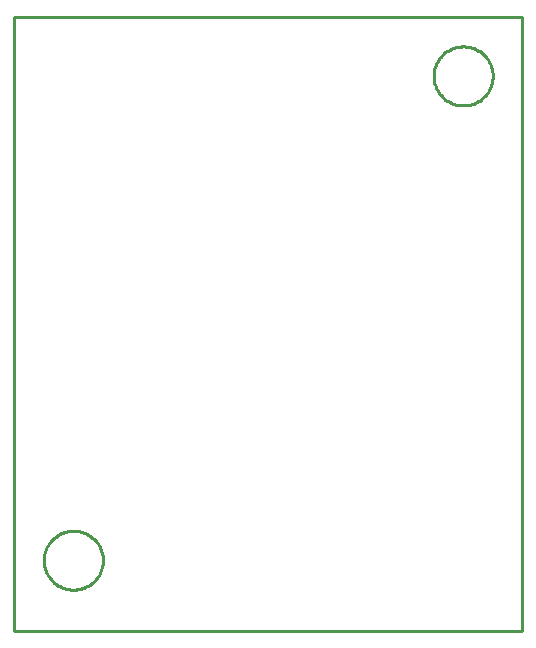
<source format=gbr>
G04 EAGLE Gerber RS-274X export*
G75*
%MOMM*%
%FSLAX34Y34*%
%LPD*%
%IN*%
%IPPOS*%
%AMOC8*
5,1,8,0,0,1.08239X$1,22.5*%
G01*
%ADD10C,0.254000*%


D10*
X0Y0D02*
X430000Y0D01*
X430000Y520000D01*
X0Y520000D01*
X0Y0D01*
X405000Y469299D02*
X404921Y467898D01*
X404764Y466504D01*
X404529Y465121D01*
X404217Y463753D01*
X403829Y462405D01*
X403365Y461081D01*
X402829Y459785D01*
X402220Y458521D01*
X401541Y457293D01*
X400795Y456105D01*
X399983Y454961D01*
X399108Y453864D01*
X398174Y452818D01*
X397182Y451826D01*
X396136Y450892D01*
X395039Y450017D01*
X393895Y449205D01*
X392707Y448459D01*
X391479Y447780D01*
X390215Y447171D01*
X388919Y446635D01*
X387595Y446171D01*
X386247Y445783D01*
X384879Y445471D01*
X383496Y445236D01*
X382102Y445079D01*
X380701Y445000D01*
X379299Y445000D01*
X377898Y445079D01*
X376504Y445236D01*
X375121Y445471D01*
X373753Y445783D01*
X372405Y446171D01*
X371081Y446635D01*
X369785Y447171D01*
X368521Y447780D01*
X367293Y448459D01*
X366105Y449205D01*
X364961Y450017D01*
X363864Y450892D01*
X362818Y451826D01*
X361826Y452818D01*
X360892Y453864D01*
X360017Y454961D01*
X359205Y456105D01*
X358459Y457293D01*
X357780Y458521D01*
X357171Y459785D01*
X356635Y461081D01*
X356171Y462405D01*
X355783Y463753D01*
X355471Y465121D01*
X355236Y466504D01*
X355079Y467898D01*
X355000Y469299D01*
X355000Y470701D01*
X355079Y472102D01*
X355236Y473496D01*
X355471Y474879D01*
X355783Y476247D01*
X356171Y477595D01*
X356635Y478919D01*
X357171Y480215D01*
X357780Y481479D01*
X358459Y482707D01*
X359205Y483895D01*
X360017Y485039D01*
X360892Y486136D01*
X361826Y487182D01*
X362818Y488174D01*
X363864Y489108D01*
X364961Y489983D01*
X366105Y490795D01*
X367293Y491541D01*
X368521Y492220D01*
X369785Y492829D01*
X371081Y493365D01*
X372405Y493829D01*
X373753Y494217D01*
X375121Y494529D01*
X376504Y494764D01*
X377898Y494921D01*
X379299Y495000D01*
X380701Y495000D01*
X382102Y494921D01*
X383496Y494764D01*
X384879Y494529D01*
X386247Y494217D01*
X387595Y493829D01*
X388919Y493365D01*
X390215Y492829D01*
X391479Y492220D01*
X392707Y491541D01*
X393895Y490795D01*
X395039Y489983D01*
X396136Y489108D01*
X397182Y488174D01*
X398174Y487182D01*
X399108Y486136D01*
X399983Y485039D01*
X400795Y483895D01*
X401541Y482707D01*
X402220Y481479D01*
X402829Y480215D01*
X403365Y478919D01*
X403829Y477595D01*
X404217Y476247D01*
X404529Y474879D01*
X404764Y473496D01*
X404921Y472102D01*
X405000Y470701D01*
X405000Y469299D01*
X75000Y59299D02*
X74921Y57898D01*
X74764Y56504D01*
X74529Y55121D01*
X74217Y53753D01*
X73829Y52405D01*
X73365Y51081D01*
X72829Y49785D01*
X72220Y48521D01*
X71541Y47293D01*
X70795Y46105D01*
X69983Y44961D01*
X69108Y43864D01*
X68174Y42818D01*
X67182Y41826D01*
X66136Y40892D01*
X65039Y40017D01*
X63895Y39205D01*
X62707Y38459D01*
X61479Y37780D01*
X60215Y37171D01*
X58919Y36635D01*
X57595Y36171D01*
X56247Y35783D01*
X54879Y35471D01*
X53496Y35236D01*
X52102Y35079D01*
X50701Y35000D01*
X49299Y35000D01*
X47898Y35079D01*
X46504Y35236D01*
X45121Y35471D01*
X43753Y35783D01*
X42405Y36171D01*
X41081Y36635D01*
X39785Y37171D01*
X38521Y37780D01*
X37293Y38459D01*
X36105Y39205D01*
X34961Y40017D01*
X33864Y40892D01*
X32818Y41826D01*
X31826Y42818D01*
X30892Y43864D01*
X30017Y44961D01*
X29205Y46105D01*
X28459Y47293D01*
X27780Y48521D01*
X27171Y49785D01*
X26635Y51081D01*
X26171Y52405D01*
X25783Y53753D01*
X25471Y55121D01*
X25236Y56504D01*
X25079Y57898D01*
X25000Y59299D01*
X25000Y60701D01*
X25079Y62102D01*
X25236Y63496D01*
X25471Y64879D01*
X25783Y66247D01*
X26171Y67595D01*
X26635Y68919D01*
X27171Y70215D01*
X27780Y71479D01*
X28459Y72707D01*
X29205Y73895D01*
X30017Y75039D01*
X30892Y76136D01*
X31826Y77182D01*
X32818Y78174D01*
X33864Y79108D01*
X34961Y79983D01*
X36105Y80795D01*
X37293Y81541D01*
X38521Y82220D01*
X39785Y82829D01*
X41081Y83365D01*
X42405Y83829D01*
X43753Y84217D01*
X45121Y84529D01*
X46504Y84764D01*
X47898Y84921D01*
X49299Y85000D01*
X50701Y85000D01*
X52102Y84921D01*
X53496Y84764D01*
X54879Y84529D01*
X56247Y84217D01*
X57595Y83829D01*
X58919Y83365D01*
X60215Y82829D01*
X61479Y82220D01*
X62707Y81541D01*
X63895Y80795D01*
X65039Y79983D01*
X66136Y79108D01*
X67182Y78174D01*
X68174Y77182D01*
X69108Y76136D01*
X69983Y75039D01*
X70795Y73895D01*
X71541Y72707D01*
X72220Y71479D01*
X72829Y70215D01*
X73365Y68919D01*
X73829Y67595D01*
X74217Y66247D01*
X74529Y64879D01*
X74764Y63496D01*
X74921Y62102D01*
X75000Y60701D01*
X75000Y59299D01*
M02*

</source>
